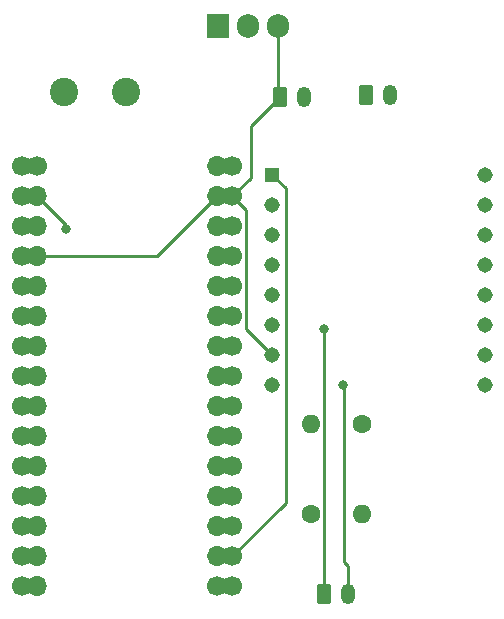
<source format=gbr>
%TF.GenerationSoftware,KiCad,Pcbnew,(6.0.6)*%
%TF.CreationDate,2023-03-26T16:02:16-07:00*%
%TF.ProjectId,SimplePCB-JST,53696d70-6c65-4504-9342-2d4a53542e6b,rev?*%
%TF.SameCoordinates,Original*%
%TF.FileFunction,Copper,L2,Bot*%
%TF.FilePolarity,Positive*%
%FSLAX46Y46*%
G04 Gerber Fmt 4.6, Leading zero omitted, Abs format (unit mm)*
G04 Created by KiCad (PCBNEW (6.0.6)) date 2023-03-26 16:02:16*
%MOMM*%
%LPD*%
G01*
G04 APERTURE LIST*
G04 Aperture macros list*
%AMRoundRect*
0 Rectangle with rounded corners*
0 $1 Rounding radius*
0 $2 $3 $4 $5 $6 $7 $8 $9 X,Y pos of 4 corners*
0 Add a 4 corners polygon primitive as box body*
4,1,4,$2,$3,$4,$5,$6,$7,$8,$9,$2,$3,0*
0 Add four circle primitives for the rounded corners*
1,1,$1+$1,$2,$3*
1,1,$1+$1,$4,$5*
1,1,$1+$1,$6,$7*
1,1,$1+$1,$8,$9*
0 Add four rect primitives between the rounded corners*
20,1,$1+$1,$2,$3,$4,$5,0*
20,1,$1+$1,$4,$5,$6,$7,0*
20,1,$1+$1,$6,$7,$8,$9,0*
20,1,$1+$1,$8,$9,$2,$3,0*%
G04 Aperture macros list end*
%TA.AperFunction,ComponentPad*%
%ADD10RoundRect,0.250000X-0.350000X-0.625000X0.350000X-0.625000X0.350000X0.625000X-0.350000X0.625000X0*%
%TD*%
%TA.AperFunction,ComponentPad*%
%ADD11O,1.200000X1.750000*%
%TD*%
%TA.AperFunction,ComponentPad*%
%ADD12C,1.600000*%
%TD*%
%TA.AperFunction,ComponentPad*%
%ADD13O,1.600000X1.600000*%
%TD*%
%TA.AperFunction,ComponentPad*%
%ADD14C,1.308000*%
%TD*%
%TA.AperFunction,ComponentPad*%
%ADD15R,1.308000X1.308000*%
%TD*%
%TA.AperFunction,ComponentPad*%
%ADD16R,1.905000X2.000000*%
%TD*%
%TA.AperFunction,ComponentPad*%
%ADD17O,1.905000X2.000000*%
%TD*%
%TA.AperFunction,ComponentPad*%
%ADD18C,2.400000*%
%TD*%
%TA.AperFunction,ComponentPad*%
%ADD19C,1.700000*%
%TD*%
%TA.AperFunction,ComponentPad*%
%ADD20O,1.700000X1.700000*%
%TD*%
%TA.AperFunction,ViaPad*%
%ADD21C,0.800000*%
%TD*%
%TA.AperFunction,Conductor*%
%ADD22C,0.250000*%
%TD*%
G04 APERTURE END LIST*
D10*
%TO.P,J0+12v1,1,Pin_1*%
%TO.N,GND*%
X80350000Y-35750000D03*
D11*
%TO.P,J0+12v1,2,Pin_2*%
%TO.N,+12V*%
X82350000Y-35750000D03*
%TD*%
D12*
%TO.P,R10,1*%
%TO.N,Net-(R10-Pad1)*%
X87325000Y-63465000D03*
D13*
%TO.P,R10,2*%
%TO.N,Net-(A1-Pad16)*%
X87325000Y-71085000D03*
%TD*%
D14*
%TO.P,U1,4,DAC_R*%
%TO.N,unconnected-(U1-Pad4)*%
X79665500Y-49980000D03*
%TO.P,U1,5,DAC_L*%
%TO.N,unconnected-(U1-Pad5)*%
X79665500Y-52520000D03*
%TO.P,U1,13,ADKEY2*%
%TO.N,unconnected-(U1-Pad13)*%
X97699500Y-49980000D03*
%TO.P,U1,12,ADKEY1*%
%TO.N,unconnected-(U1-Pad12)*%
X97699500Y-52520000D03*
%TO.P,U1,6,SPK1*%
%TO.N,Net-(J6-Pad1)*%
X79665500Y-55060000D03*
%TO.P,U1,3,TX*%
%TO.N,Net-(A1-Pad17)*%
X79665500Y-47440000D03*
%TO.P,U1,14,USB+*%
%TO.N,unconnected-(U1-Pad14)*%
X97699500Y-47440000D03*
%TO.P,U1,11,IO2*%
%TO.N,unconnected-(U1-Pad11)*%
X97699500Y-55060000D03*
%TO.P,U1,2,RX*%
%TO.N,Net-(R10-Pad1)*%
X79665500Y-44900000D03*
%TO.P,U1,15,USB-*%
%TO.N,unconnected-(U1-Pad15)*%
X97699500Y-44900000D03*
%TO.P,U1,7,GND*%
%TO.N,GND*%
X79665500Y-57600000D03*
%TO.P,U1,10,GND*%
X97699500Y-57600000D03*
D15*
%TO.P,U1,1,VCC*%
%TO.N,Net-(A1-Pad2)*%
X79665500Y-42360000D03*
D14*
%TO.P,U1,16,BUSY*%
%TO.N,unconnected-(U1-Pad16)*%
X97699500Y-42360000D03*
%TO.P,U1,8,SPK2*%
%TO.N,Net-(J6-Pad2)*%
X79665500Y-60140000D03*
%TO.P,U1,9,IO1*%
%TO.N,unconnected-(U1-Pad9)*%
X97699500Y-60140000D03*
%TD*%
D16*
%TO.P,Q1,1,G*%
%TO.N,Net-(A1-Pad24)*%
X75120000Y-29765000D03*
D17*
%TO.P,Q1,2,D*%
%TO.N,Net-(J1-Pad1)*%
X77660000Y-29765000D03*
%TO.P,Q1,3,S*%
%TO.N,GND*%
X80200000Y-29765000D03*
%TD*%
D10*
%TO.P,J1,1,Pin_1*%
%TO.N,Net-(J1-Pad1)*%
X87650000Y-35650000D03*
D11*
%TO.P,J1,2,Pin_2*%
%TO.N,Net-(A1-Pad15)*%
X89650000Y-35650000D03*
%TD*%
D12*
%TO.P,R1,1*%
%TO.N,Net-(A1-Pad24)*%
X82960000Y-71085000D03*
D13*
%TO.P,R1,2*%
%TO.N,GND*%
X82960000Y-63465000D03*
%TD*%
D18*
%TO.P,SW1,1,A*%
%TO.N,+12V*%
X62020000Y-35350000D03*
%TO.P,SW1,2,B*%
%TO.N,Net-(A1-Pad15)*%
X67320000Y-35350000D03*
%TD*%
D19*
%TO.P,A1,12,+5V*%
%TO.N,unconnected-(A1-Pad12)*%
X76290000Y-49265000D03*
%TO.P,A1,7,A3*%
%TO.N,unconnected-(A1-Pad7)*%
X76290000Y-61965000D03*
D20*
%TO.P,A1,13,RESET*%
%TO.N,unconnected-(A1-Pad13)*%
X75020000Y-46725000D03*
D19*
%TO.P,A1,1,D13~*%
%TO.N,unconnected-(A1-Pad1)*%
X76290000Y-77205000D03*
D20*
%TO.P,A1,9,A5*%
%TO.N,unconnected-(A1-Pad9)*%
X75020000Y-56885000D03*
%TO.P,A1,8,A4*%
%TO.N,unconnected-(A1-Pad8)*%
X75020000Y-59425000D03*
D19*
%TO.P,A1,4,A0*%
%TO.N,unconnected-(A1-Pad4)*%
X76290000Y-69585000D03*
%TO.P,A1,8,A4*%
%TO.N,unconnected-(A1-Pad8)*%
X76290000Y-59425000D03*
%TO.P,A1,9,A5*%
%TO.N,unconnected-(A1-Pad9)*%
X76290000Y-56885000D03*
%TO.P,A1,6,A2*%
%TO.N,unconnected-(A1-Pad6)*%
X76290000Y-64505000D03*
%TO.P,A1,10,A6*%
%TO.N,unconnected-(A1-Pad10)*%
X76290000Y-54345000D03*
D20*
%TO.P,A1,7,A3*%
%TO.N,unconnected-(A1-Pad7)*%
X75020000Y-61965000D03*
%TO.P,A1,10,A6*%
%TO.N,unconnected-(A1-Pad10)*%
X75020000Y-54345000D03*
%TO.P,A1,11,A7*%
%TO.N,unconnected-(A1-Pad11)*%
X75020000Y-51805000D03*
D19*
X76290000Y-51805000D03*
D20*
%TO.P,A1,6,A2*%
%TO.N,unconnected-(A1-Pad6)*%
X75020000Y-64505000D03*
%TO.P,A1,14,GND*%
%TO.N,GND*%
X75020000Y-44185000D03*
%TO.P,A1,5,A1*%
%TO.N,unconnected-(A1-Pad5)*%
X75020000Y-67045000D03*
%TO.P,A1,4,A0*%
%TO.N,unconnected-(A1-Pad4)*%
X75020000Y-69585000D03*
%TO.P,A1,3,AREF*%
%TO.N,unconnected-(A1-Pad3)*%
X75020000Y-72125000D03*
%TO.P,A1,2,+3V3*%
%TO.N,Net-(A1-Pad2)*%
X75020000Y-74665000D03*
D19*
%TO.P,A1,1,D13~*%
%TO.N,unconnected-(A1-Pad1)*%
X75020000Y-77205000D03*
D20*
%TO.P,A1,15,VIN*%
%TO.N,Net-(A1-Pad15)*%
X75020000Y-41645000D03*
%TO.P,A1,12,+5V*%
%TO.N,unconnected-(A1-Pad12)*%
X75020000Y-49265000D03*
D19*
%TO.P,A1,14,GND*%
%TO.N,GND*%
X76290000Y-44185000D03*
%TO.P,A1,5,A1*%
%TO.N,unconnected-(A1-Pad5)*%
X76290000Y-67045000D03*
%TO.P,A1,15,VIN*%
%TO.N,Net-(A1-Pad15)*%
X76290000Y-41645000D03*
%TO.P,A1,2,+3V3*%
%TO.N,Net-(A1-Pad2)*%
X76290000Y-74665000D03*
%TO.P,A1,13,RESET*%
%TO.N,unconnected-(A1-Pad13)*%
X76290000Y-46725000D03*
%TO.P,A1,3,AREF*%
%TO.N,unconnected-(A1-Pad3)*%
X76290000Y-72125000D03*
%TO.P,A1,29,CIPI*%
%TO.N,unconnected-(A1-Pad29)*%
X58510000Y-74665000D03*
%TO.P,A1,30,CIPO*%
%TO.N,unconnected-(A1-Pad30)*%
X58510000Y-77205000D03*
%TO.P,A1,28,~D10*%
%TO.N,unconnected-(A1-Pad28)*%
X58510000Y-72125000D03*
%TO.P,A1,25,~D7*%
%TO.N,unconnected-(A1-Pad25)*%
X58510000Y-64505000D03*
%TO.P,A1,27,~D9*%
%TO.N,unconnected-(A1-Pad27)*%
X58510000Y-69585000D03*
%TO.P,A1,26,~D8*%
%TO.N,unconnected-(A1-Pad26)*%
X58510000Y-67045000D03*
%TO.P,A1,23,~D5*%
%TO.N,unconnected-(A1-Pad23)*%
X58510000Y-59425000D03*
%TO.P,A1,24,~D6*%
%TO.N,Net-(A1-Pad24)*%
X58510000Y-61965000D03*
%TO.P,A1,22,~D4*%
%TO.N,unconnected-(A1-Pad22)*%
X58510000Y-56885000D03*
%TO.P,A1,20,~D2*%
%TO.N,unconnected-(A1-Pad20)*%
X58510000Y-51805000D03*
%TO.P,A1,21,~D3*%
%TO.N,unconnected-(A1-Pad21)*%
X58510000Y-54345000D03*
%TO.P,A1,19,GND*%
%TO.N,GND*%
X58510000Y-49265000D03*
%TO.P,A1,18,RESET*%
%TO.N,unconnected-(A1-Pad18)*%
X58510000Y-46725000D03*
%TO.P,A1,17,RX*%
%TO.N,Net-(A1-Pad17)*%
X58510000Y-44185000D03*
%TO.P,A1,16,TX*%
%TO.N,Net-(A1-Pad16)*%
X58510000Y-41645000D03*
X59780000Y-41645000D03*
D20*
%TO.P,A1,17,RX*%
%TO.N,Net-(A1-Pad17)*%
X59780000Y-44185000D03*
%TO.P,A1,18,RESET*%
%TO.N,unconnected-(A1-Pad18)*%
X59780000Y-46725000D03*
%TO.P,A1,19,GND*%
%TO.N,GND*%
X59780000Y-49265000D03*
%TO.P,A1,20,~D2*%
%TO.N,unconnected-(A1-Pad20)*%
X59780000Y-51805000D03*
%TO.P,A1,21,~D3*%
%TO.N,unconnected-(A1-Pad21)*%
X59780000Y-54345000D03*
%TO.P,A1,22,~D4*%
%TO.N,unconnected-(A1-Pad22)*%
X59780000Y-56885000D03*
%TO.P,A1,23,~D5*%
%TO.N,unconnected-(A1-Pad23)*%
X59780000Y-59425000D03*
%TO.P,A1,24,~D6*%
%TO.N,Net-(A1-Pad24)*%
X59780000Y-61965000D03*
%TO.P,A1,25,~D7*%
%TO.N,unconnected-(A1-Pad25)*%
X59780000Y-64505000D03*
%TO.P,A1,26,~D8*%
%TO.N,unconnected-(A1-Pad26)*%
X59780000Y-67045000D03*
%TO.P,A1,27,~D9*%
%TO.N,unconnected-(A1-Pad27)*%
X59780000Y-69585000D03*
%TO.P,A1,28,~D10*%
%TO.N,unconnected-(A1-Pad28)*%
X59780000Y-72125000D03*
%TO.P,A1,29,CIPI*%
%TO.N,unconnected-(A1-Pad29)*%
X59780000Y-74665000D03*
%TO.P,A1,30,CIPO*%
%TO.N,unconnected-(A1-Pad30)*%
X59780000Y-77205000D03*
%TD*%
D10*
%TO.P,J6,1,Pin_1*%
%TO.N,Net-(J6-Pad1)*%
X84070000Y-77850000D03*
D11*
%TO.P,J6,2,Pin_2*%
%TO.N,Net-(J6-Pad2)*%
X86070000Y-77850000D03*
%TD*%
D21*
%TO.N,Net-(J6-Pad2)*%
X85720000Y-60140000D03*
%TO.N,Net-(J6-Pad1)*%
X84040000Y-55430000D03*
%TO.N,Net-(A1-Pad17)*%
X62230000Y-46960000D03*
%TD*%
D22*
%TO.N,Net-(J6-Pad1)*%
X84085000Y-55475000D02*
X84085000Y-77835000D01*
X84085000Y-77835000D02*
X84070000Y-77850000D01*
X84040000Y-55430000D02*
X84085000Y-55475000D01*
%TO.N,Net-(J6-Pad2)*%
X86070000Y-75450000D02*
X86070000Y-77850000D01*
X85750000Y-75130000D02*
X86070000Y-75450000D01*
%TO.N,GND*%
X77880000Y-42595000D02*
X77880000Y-38220000D01*
X76290000Y-44185000D02*
X77880000Y-42595000D01*
X77880000Y-38220000D02*
X80350000Y-35750000D01*
%TO.N,Net-(J6-Pad2)*%
X85750000Y-60170000D02*
X85720000Y-60140000D01*
X85750000Y-75130000D02*
X85750000Y-60170000D01*
%TO.N,Net-(A1-Pad2)*%
X80820000Y-70135000D02*
X80820000Y-43514500D01*
X80820000Y-43514500D02*
X79665500Y-42360000D01*
X76290000Y-74665000D02*
X80820000Y-70135000D01*
%TO.N,GND*%
X77465000Y-45360000D02*
X76290000Y-44185000D01*
X77465000Y-55399500D02*
X77465000Y-45360000D01*
X79665500Y-57600000D02*
X77465000Y-55399500D01*
X59780000Y-49265000D02*
X69940000Y-49265000D01*
X69940000Y-49265000D02*
X75020000Y-44185000D01*
X80200000Y-35600000D02*
X80200000Y-29765000D01*
X80350000Y-35750000D02*
X80200000Y-35600000D01*
X75020000Y-44185000D02*
X76290000Y-44185000D01*
%TO.N,Net-(A1-Pad17)*%
X62230000Y-46635000D02*
X62230000Y-46960000D01*
X59780000Y-44185000D02*
X62230000Y-46635000D01*
%TD*%
M02*

</source>
